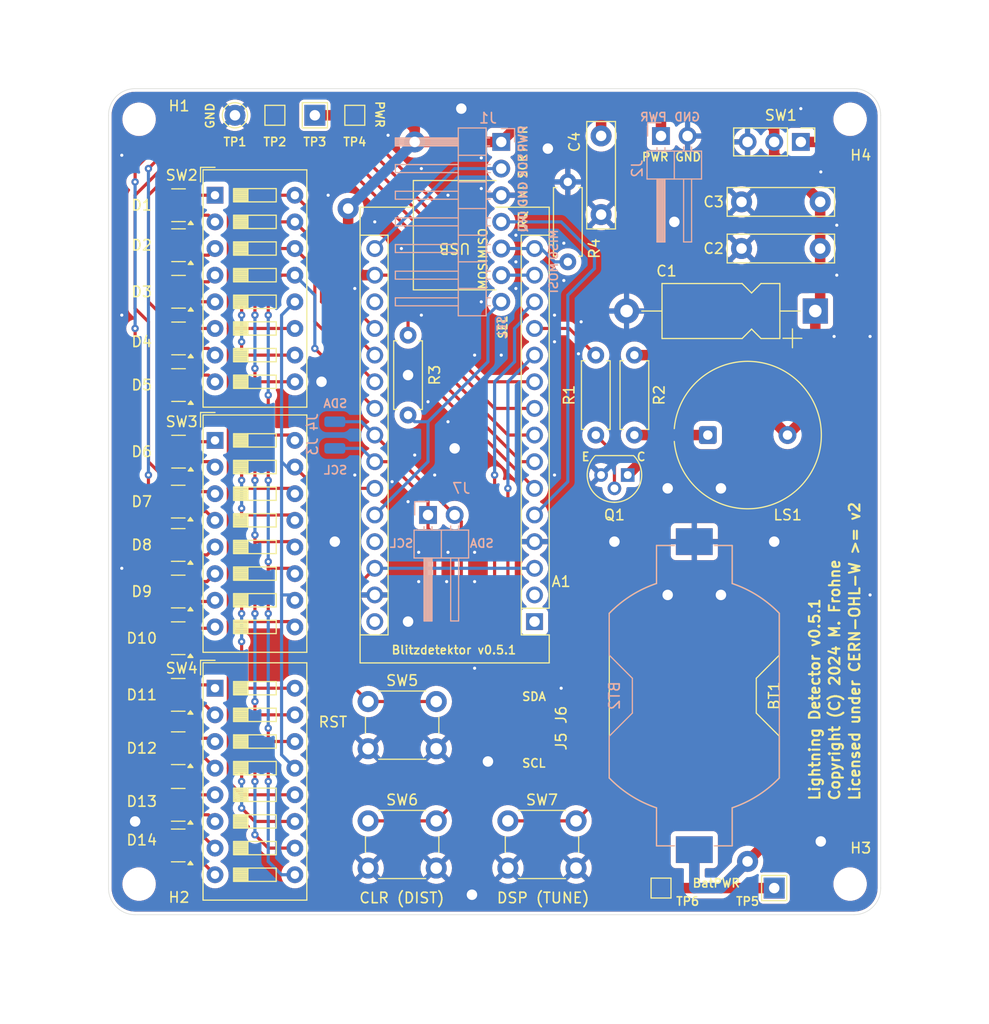
<source format=kicad_pcb>
(kicad_pcb (version 20240108) (generator "pcbnew") (generator_version "8.0")
  (layers (0 "F.Cu" signal) (31 "B.Cu" signal) (34 "B.Paste" user) (35 "F.Paste" user) (36 "B.SilkS" user "B.Silkscreen") (37 "F.SilkS" user "F.Silkscreen") (38 "B.Mask" user) (39 "F.Mask" user) (44 "Edge.Cuts" user))
  (net 0 "")
  (net 1 "Power")
  (net 2 "BatPower")
  (net 3 "Beeper")
  (net 4 "SPI-CLK")
  (net 5 "SPI-MISO")
  (net 6 "SPI-MOSI")
  (net 7 "AS3935-IRQ")
  (net 8 "SPISel-AS3935")
  (net 9 "Beeper-CTRL")
  (net 10 "Beeper-TrBase")
  (net 11 "DIP-Sel-1")
  (net 12 "DIP-Sel-2")
  (net 13 "DIP-Sel-3")
  (net 14 "DIP-Sel-4")
  (net 15 "DIP-Sel-5")
  (net 16 "DIP-Sens-1")
  (net 17 "DIP-Sens-2")
  (net 18 "DIP-Sens-3")
  (net 19 "DIP-Sens-4")
  (net 20 "DIP-Sens-5")
  (net 21 "I2C-SDA")
  (net 22 "I2C-SCL")
  (net 23 "ARDUINO-RESET")
  (net 24 "ClearStatsBut")
  (net 25 "DisplayBut")
  (net 26 "GND")
  (net 27 "DIP-Sel-1-P1")
  (net 28 "DIP-Sel-1-P2")
  (net 29 "DIP-Sel-1-P3")
  (net 30 "DIP-Sel-1-P4")
  (net 31 "DIP-Sel-1-P5")
  (net 32 "DIP-Sel-2-P1")
  (net 33 "DIP-Sel-2-P2")
  (net 34 "DIP-Sel-2-P3")
  (net 35 "DIP-Sel-2-P4")
  (net 36 "DIP-Sel-2-P5")
  (net 37 "DIP-Sel-3-P1")
  (net 38 "DIP-Sel-3-P2")
  (net 39 "DIP-Sel-3-P3")
  (net 40 "DIP-Sel-3-P4")
  (net 41 "DIP-Sel-3-P5")
  (net 42 "DIP-Sel-4-P1")
  (net 43 "DIP-Sel-4-P2")
  (net 44 "DIP-Sel-4-P3")
  (net 45 "DIP-Sel-4-P4")
  (net 46 "DIP-Sel-4-P5")
  (net 47 "DIP-Sel-5-P1")
  (net 48 "DIP-Sel-5-P2")
  (net 49 "DIP-Sel-5-P3")
  (net 50 "DIP-Sel-5-P4")
  (footprint "MountingHole:MountingHole_2.7mm_M2.5_DIN965" (layer "F.Cu") (at 30.861 20.701)
    (property "Reference" "H1")
    (property "Value" "MountingHole_2.7mm_M2.5_DIN965")
  )
  (footprint "Button_Switch_THT:SW_PUSH_6mm" (layer "F.Cu") (at 66.04 87.575)
    (property "Reference" "SW7")
    (property "Value" "SW_PUSH_6mm")
  )
  (footprint "Package_TO_SOT_SMD:SOT-23" (layer "F.Cu") (at 34.6225 41.59 180)
    (property "Reference" "D4")
    (property "Value" "SOT-23")
  )
  (footprint "Package_TO_SOT_SMD:SOT-23" (layer "F.Cu") (at 34.5925 70.165 180)
    (property "Reference" "D10")
    (property "Value" "SOT-23")
  )
  (footprint "Button_Switch_THT:SW_PUSH_6mm" (layer "F.Cu") (at 52.705 76.2)
    (property "Reference" "SW5")
    (property "Value" "SW_PUSH_6mm")
  )
  (footprint "Package_TO_SOT_SMD:SOT-23" (layer "F.Cu") (at 34.5925 80.65 180)
    (property "Reference" "D12")
    (property "Value" "SOT-23")
  )
  (footprint "Button_Switch_THT:SW_DIP_SPSTx08_Slide_9.78x22.5mm_W7.62mm_P2.54mm" (layer "F.Cu") (at 38.1 27.94)
    (property "Reference" "SW2")
    (property "Value" "SW_DIP_SPSTx08_Slide_9.78x22.5mm_W7.62mm_P2.54mm")
  )
  (footprint "TestPoint:TestPoint_THTPad_2.0x2.0mm_Drill1.0mm" (layer "F.Cu") (at 47.625 20.32)
    (property "Reference" "TP3")
    (property "Value" "TestPoint_THTPad_2.0x2.0mm_Drill1.0mm")
  )
  (footprint "Capacitor_THT:C_Rect_L10.0mm_W2.5mm_P7.50mm_MKS4" (layer "F.Cu") (at 74.93 29.785 90)
    (property "Reference" "C4")
    (property "Value" "C_Rect_L10.0mm_W2.5mm_P7.50mm_MKS4")
  )
  (footprint "TestPoint:TestPoint_Pad_1.5x1.5mm" (layer "F.Cu") (at 51.435 20.32)
    (property "Reference" "TP4")
    (property "Value" "TestPoint_Pad_1.5x1.5mm")
  )
  (footprint "Buzzer_Beeper:Indicator_PUI_AI-1440-TWT-24V-2-R" (layer "F.Cu") (at 85.11 50.8)
    (property "Reference" "LS1")
    (property "Value" "Indicator_PUI_AI-1440-TWT-24V-2-R")
  )
  (footprint "MountingHole:MountingHole_2.7mm_M2.5_DIN965" (layer "F.Cu") (at 98.679 93.599)
    (property "Reference" "H3")
    (property "Value" "MountingHole_2.7mm_M2.5_DIN965")
  )
  (footprint "TestPoint:TestPoint_Pad_1.5x1.5mm" (layer "F.Cu") (at 80.645 93.98)
    (property "Reference" "TP6")
    (property "Value" "TestPoint_Pad_1.5x1.5mm")
  )
  (footprint "Package_TO_SOT_THT:TO-92" (layer "F.Cu") (at 77.47 54.61 180)
    (property "Reference" "Q1")
    (property "Value" "TO-92")
  )
  (footprint "Resistor_THT:R_Axial_DIN0207_L6.3mm_D2.5mm_P7.62mm_Horizontal" (layer "F.Cu") (at 78.105 43.18 -90)
    (property "Reference" "R2")
    (property "Value" "R_Axial_DIN0207_L6.3mm_D2.5mm_P7.62mm_Horizontal")
  )
  (footprint "Capacitor_THT:C_Rect_L10.0mm_W2.5mm_P7.50mm_MKS4" (layer "F.Cu") (at 88.325 33.02)
    (property "Reference" "C2")
    (property "Value" "C_Rect_L10.0mm_W2.5mm_P7.50mm_MKS4")
  )
  (footprint "Package_TO_SOT_SMD:SOT-23" (layer "F.Cu") (at 34.5925 75.565 180)
    (property "Reference" "D11")
    (property "Value" "SOT-23")
  )
  (footprint "Button_Switch_THT:SW_DIP_SPSTx08_Slide_9.78x22.5mm_W7.62mm_P2.54mm" (layer "F.Cu") (at 38.1 51.308)
    (property "Reference" "SW3")
    (property "Value" "SW_DIP_SPSTx08_Slide_9.78x22.5mm_W7.62mm_P2.54mm")
  )
  (footprint "Package_TO_SOT_SMD:SOT-23" (layer "F.Cu") (at 34.5925 61.275 180)
    (property "Reference" "D8")
    (property "Value" "SOT-23")
  )
  (footprint "Capacitor_THT:CP_Axial_L11.0mm_D5.0mm_P18.00mm_Horizontal" (layer "F.Cu") (at 95.36 38.9775 180)
    (property "Reference" "C1")
    (property "Value" "CP_Axial_L11.0mm_D5.0mm_P18.00mm_Horizontal")
  )
  (footprint "Package_TO_SOT_SMD:SOT-23" (layer "F.Cu") (at 34.6225 46.035 180)
    (property "Reference" "D5")
    (property "Value" "SOT-23")
  )
  (footprint "Resistor_THT:R_Axial_DIN0207_L6.3mm_D2.5mm_P7.62mm_Horizontal" (layer "F.Cu") (at 71.755 34.29 90)
    (property "Reference" "R4")
    (property "Value" "R_Axial_DIN0207_L6.3mm_D2.5mm_P7.62mm_Horizontal")
  )
  (footprint "Resistor_THT:R_Axial_DIN0207_L6.3mm_D2.5mm_P7.62mm_Horizontal" (layer "F.Cu") (at 74.422 43.18 -90)
    (property "Reference" "R1")
    (property "Value" "R_Axial_DIN0207_L6.3mm_D2.5mm_P7.62mm_Horizontal")
  )
  (footprint "Connector_Wire:SolderWirePad_1x01_SMD_1x2mm" (layer "F.Cu") (at 68.58 80.01 90)
    (property "Reference" "J5")
    (property "Value" "SolderWirePad_1x01_SMD_1x2mm")
  )
  (footprint "Connector_PinHeader_2.54mm:PinHeader_1x03_P2.54mm_Vertical" (layer "F.Cu") (at 93.98 22.86 -90)
    (property "Reference" "SW1")
    (property "Value" "PinHeader_1x03_P2.54mm_Vertical")
  )
  (footprint "Connector_Wire:SolderWirePad_1x01_SMD_1x2mm" (layer "F.Cu") (at 68.58 77.47 90)
    (property "Reference" "J6")
    (property "Value" "SolderWirePad_1x01_SMD_1x2mm")
  )
  (footprint "Package_TO_SOT_SMD:SOT-23" (layer "F.Cu") (at 34.6225 52.385 180)
    (property "Reference" "D6")
    (property "Value" "SOT-23")
  )
  (footprint "Package_TO_SOT_SMD:SOT-23" (layer "F.Cu") (at 34.5925 89.916 180)
    (property "Reference" "D14")
    (property "Value" "SOT-23")
  )
  (footprint "Capacitor_THT:C_Rect_L10.0mm_W2.5mm_P7.50mm_MKS4" (layer "F.Cu") (at 88.325 28.575)
    (property "Reference" "C3")
    (property "Value" "C_Rect_L10.0mm_W2.5mm_P7.50mm_MKS4")
  )
  (footprint "Package_TO_SOT_SMD:SOT-23" (layer "F.Cu") (at 34.6225 28.895 180)
    (property "Reference" "D1")
    (property "Value" "SOT-23")
  )
  (footprint "TestPoint:TestPoint_Pad_1.5x1.5mm" (layer "F.Cu") (at 43.815 20.32)
    (property "Reference" "TP2")
    (property "Value" "TestPoint_Pad_1.5x1.5mm")
  )
  (footprint "Package_TO_SOT_SMD:SOT-23" (layer "F.Cu") (at 34.5925 57.145 180)
    (property "Reference" "D7")
    (property "Value" "SOT-23")
  )
  (footprint "Package_TO_SOT_SMD:SOT-23" (layer "F.Cu") (at 34.5925 86.045 180)
    (property "Reference" "D13")
    (property "Value" "SOT-23")
  )
  (footprint "Package_TO_SOT_SMD:SOT-23" (layer "F.Cu") (at 34.6225 37.145 180)
    (property "Reference" "D3")
    (property "Value" "SOT-23")
  )
  (footprint "Package_TO_SOT_SMD:SOT-23" (layer "F.Cu") (at 34.5925 65.715 180)
    (property "Reference" "D9")
    (property "Value" "SOT-23")
  )
  (footprint "MountingHole:MountingHole_2.7mm_M2.5_DIN965" (layer "F.Cu") (at 98.679 20.701)
    (property "Reference" "H4")
    (property "Value" "MountingHole_2.7mm_M2.5_DIN965")
  )
  (footprint "Resistor_THT:R_Axial_DIN0207_L6.3mm_D2.5mm_P7.62mm_Horizontal" (layer "F.Cu") (at 56.515 48.895 90)
    (property "Reference" "R3")
    (property "Value" "R_Axial_DIN0207_L6.3mm_D2.5mm_P7.62mm_Horizontal")
  )
  (footprint "MountingHole:MountingHole_2.7mm_M2.5_DIN965" (layer "F.Cu") (at 30.861 93.599)
    (property "Reference" "H2")
    (property "Value" "MountingHole_2.7mm_M2.5_DIN965")
  )
  (footprint "TestPoint:TestPoint_THTPad_D2.0mm_Drill1.0mm" (layer "F.Cu") (at 40.005 20.32)
    (property "Reference" "TP1")
    (property "Value" "TestPoint_THTPad_D2.0mm_Drill1.0mm")
  )
  (footprint "Button_Switch_THT:SW_DIP_SPSTx08_Slide_9.78x22.5mm_W7.62mm_P2.54mm" (layer "F.Cu") (at 38.1 74.93)
    (property "Reference" "SW4")
    (property "Value" "SW_DIP_SPSTx08_Slide_9.78x22.5mm_W7.62mm_P2.54mm")
  )
  (footprint "Module:Arduino_Nano" (layer "F.Cu") (at 68.58 68.58 180)
    (property "Reference" "A1")
    (property "Value" "Arduino_Nano")
  )
  (footprint "Package_TO_SOT_SMD:SOT-23" (layer "F.Cu") (at 34.6225 32.705 180)
    (property "Reference" "D2")
    (property "Value" "SOT-23")
  )
  (footprint "Battery:BatteryHolder_Keystone_1058_1x2032" (layer "F.Cu") (at 83.82 75.64 90)
    (property "Reference" "BT1")
    (property "Value" "BatteryHolder_Keystone_1058_1x2032")
  )
  (footprint "Button_Switch_THT:SW_PUSH_6mm" (layer "F.Cu") (at 52.705 87.575)
    (property "Reference" "SW6")
    (property "Value" "SW_PUSH_6mm")
  )
  (footprint "TestPoint:TestPoint_THTPad_2.0x2.0mm_Drill1.0mm" (layer "F.Cu") (at 91.44 93.98)
    (property "Reference" "TP5")
    (property "Value" "TestPoint_THTPad_2.0x2.0mm_Drill1.0mm")
  )
  (footprint "Battery:BatteryHolder_Keystone_1058_1x2032" (layer "B.Cu") (at 83.82 75.64 90)
    (property "Reference" "BT2")
    (property "Value" "BatteryHolder_Keystone_1058_1x2032")
  )
  (footprint "Connector_Wire:SolderWirePad_1x01_SMD_1x2mm" (layer "B.Cu") (at 49.53 49.53 -90)
    (property "Reference" "J4")
    (property "Value" "SolderWirePad_1x01_SMD_1x2mm")
  )
  (footprint "Connector_Wire:SolderWirePad_1x01_SMD_1x2mm" (layer "B.Cu") (at 49.53 52.07 -90)
    (property "Reference" "J3")
    (property "Value" "SolderWirePad_1x01_SMD_1x2mm")
  )
  (footprint "Connector_PinHeader_2.54mm:PinHeader_1x07_P2.54mm_Horizontal" (layer "B.Cu") (at 65.405 22.86 180)
    (property "Reference" "J1")
    (property "Value" "PinHeader_1x07_P2.54mm_Horizontal")
  )
  (footprint "Connector_PinHeader_2.54mm:PinHeader_1x02_P2.54mm_Horizontal" (layer "B.Cu") (at 58.42 58.42 -90)
    (property "Reference" "J7")
    (property "Value" "PinHeader_1x02_P2.54mm_Horizontal")
  )
  (footprint "Connector_PinHeader_2.54mm:PinHeader_1x02_P2.54mm_Horizontal" (layer "B.Cu") (at 80.64 22.295 -90)
    (property "Reference" "J2")
    (property "Value" "PinHeader_1x02_P2.54mm_Horizontal")
  )
  (gr_arc (start 99.06 17.78) (mid 100.856051 18.523949) (end 101.6 20.32) (stroke (width 0.05)) (layer "Edge.Cuts"))
  (gr_line (start 101.6 93.98) (end 101.6 20.32) (stroke (width 0.05)) (layer "Edge.Cuts"))
  (gr_line (start 27.94 20.32) (end 27.94 93.98) (stroke (width 0.05)) (layer "Edge.Cuts"))
  (gr_line (start 30.48 96.52) (end 99.06 96.52) (stroke (width 0.05)) (layer "Edge.Cuts"))
  (gr_arc (start 27.94 20.32) (mid 28.683949 18.523949) (end 30.48 17.78) (stroke (width 0.05)) (layer "Edge.Cuts"))
  (gr_arc (start 30.48 96.52) (mid 28.683949 95.776051) (end 27.94 93.98) (stroke (width 0.05)) (layer "Edge.Cuts"))
  (gr_line (start 99.06 17.78) (end 30.48 17.78) (stroke (width 0.05)) (layer "Edge.Cuts"))
  (gr_arc (start 101.6 93.98) (mid 100.856051 95.776051) (end 99.06 96.52) (stroke (width 0.05)) (layer "Edge.Cuts"))
  (gr_text "MOSI" (at 70.866 34.29 90) (layer "B.SilkS") (effects (font (size 0.8 0.8) (thickness 0.15) (bold yes)) (justify left bottom mirror)))
  (gr_text "SEL" (at 65.913 39.37 90) (layer "B.SilkS") (effects (font (size 0.8 0.8) (thickness 0.15) (bold yes)) (justify left bottom mirror)))
  (gr_text "GND" (at 67.945 26.543 90) (layer "B.SilkS") (effects (font (size 0.8 0.8) (thickness 0.15) (bold yes)) (justify left bottom mirror)))
  (gr_text "PWR" (at 67.945 21.209 90) (layer "B.SilkS") (effects (font (size 0.8 0.8) (thickness 0.15) (bold yes)) (justify left bottom mirror)))
  (gr_text "SCK" (at 67.945 23.876 90) (layer "B.SilkS") (effects (font (size 0.8 0.8) (thickness 0.15) (bold yes)) (justify left bottom mirror)))
  (gr_text "SCL" (at 50.8 54.61 0) (layer "B.SilkS") (effects (font (size 0.8 0.8)) (justify left bottom mirror)))
  (gr_text "PWR" (at 81.28 20.955 0) (layer "B.SilkS") (effects (font (size 0.8 0.8) (thickness 0.15) (bold yes)) (justify left bottom mirror)))
  (gr_text "MISO" (at 70.866 31.115 90) (layer "B.SilkS") (effects (font (size 0.8 0.8) (thickness 0.15) (bold yes)) (justify left bottom mirror)))
  (gr_text "GND" (at 84.455 20.955 0) (layer "B.SilkS") (effects (font (size 0.8 0.8) (thickness 0.15) (bold yes)) (justify left bottom mirror)))
  (gr_text "SCL" (at 57.09 61.595 0) (layer "B.SilkS") (effects (font (size 0.8 0.8) (thickness 0.15) (bold yes)) (justify left bottom mirror)))
  (gr_text "SDA" (at 50.8 48.26 0) (layer "B.SilkS") (effects (font (size 0.8 0.8)) (justify left bottom mirror)))
  (gr_text "SDA" (at 64.77 61.595 0) (layer "B.SilkS") (effects (font (size 0.8 0.8) (thickness 0.15) (bold yes)) (justify left bottom mirror)))
  (gr_text "IRQ" (at 67.945 29.337 90) (layer "B.SilkS") (effects (font (size 0.8 0.8) (thickness 0.15) (bold yes)) (justify left bottom mirror)))
  (gr_text "SCK" (at 67.945 23.876 90) (layer "F.SilkS") (effects (font (size 0.8 0.8) (thickness 0.15) (bold yes)) (justify right bottom)))
  (gr_text "PWR" (at 53.34 21.59 -90) (layer "F.SilkS") (effects (font (size 0.8 0.8) (thickness 0.15) (bold yes)) (justify right bottom)))
  (gr_text "GND" (at 38.1 19.05 90) (layer "F.SilkS") (effects (font (size 0.8 0.8) (thickness 0.15) (bold yes)) (justify right bottom)))
  (gr_text "MISO" (at 64.135 30.988 90) (layer "F.SilkS") (effects (font (size 0.8 0.8) (thickness 0.15) (bold yes)) (justify right bottom)))
  (gr_text "MOSI" (at 64.135 33.909 90) (layer "F.SilkS") (effects (font (size 0.8 0.8) (thickness 0.15) (bold yes)) (justify right bottom)))
  (gr_text "Licensed under CERN-OHL-W >= v2" (at 99.695 85.725 90) (layer "F.SilkS") (effects (font (size 1 1) (thickness 0.2) (bold yes)) (justify left bottom)))
  (gr_text "CLR (DIST)" (at 60.071 95.504 0) (layer "F.SilkS") (effects (font (size 1 1)) (justify right bottom)))
  (gr_text "BatPWR" (at 88.265 93.98 0) (layer "F.SilkS") (effects (font (size 0.8 0.8) (thickness 0.15) (bold yes)) (justify right bottom)))
  (gr_text "E" (at 73.914 53.34 0) (layer "F.SilkS") (effects (font (size 0.8 0.8) (thickness 0.15) (bold yes)) (justify right bottom)))
  (gr_text "Blitzdetektor v0.5.1" (at 54.864 71.755 0) (layer "F.SilkS") (effects (font (size 0.8 0.8) (thickness 0.15) (bold yes)) (justify left bottom)))
  (gr_text "SDA" (at 67.31 76.2 0) (layer "F.SilkS") (effects (font (size 0.8 0.8)) (justify left bottom)))
  (gr_text "C" (at 79.248 53.34 0) (layer "F.SilkS") (effects (font (size 0.8 0.8) (thickness 0.15) (bold yes)) (justify right bottom)))
  (gr_text "PWR" (at 67.945 21.209 90) (layer "F.SilkS") (effects (font (size 0.8 0.8) (thickness 0.15) (bold yes)) (justify right bottom)))
  (gr_text "IRQ" (at 67.945 29.337 90) (layer "F.SilkS") (effects (font (size 0.8 0.8) (thickness 0.15) (bold yes)) (justify right bottom)))
  (gr_text "RST" (at 50.8 78.74 0) (layer "F.SilkS") (effects (font (size 1 1)) (justify right bottom)))
  (gr_text "GND" (at 67.945 26.543 90) (layer "F.SilkS") (effects (font (size 0.8 0.8) (thickness 0.15) (bold yes)) (justify right bottom)))
  (gr_text "PWR" (at 78.74 24.765 0) (layer "F.SilkS") (effects (font (size 0.8 0.8) (thickness 0.15) (bold yes)) (justify left bottom)))
  (gr_text "Copyright (C) 2024 M. Frohne" (at 97.79 85.725 90) (layer "F.SilkS") (effects (font (size 1 1) (thickness 0.2) (bold yes)) (justify left bottom)))
  (gr_text "Lightning Detector v0.5.1" (at 95.885 85.725 90) (layer "F.SilkS") (effects (font (size 1 1) (thickness 0.2) (bold yes)) (justify left bottom)))
  (gr_text "DSP (TUNE)" (at 64.897 95.504 0) (layer "F.SilkS") (effects (font (size 1 1)) (justify left bottom)))
  (gr_text "SCL" (at 67.31 82.55 0) (layer "F.SilkS") (effects (font (size 0.8 0.8)) (justify left bottom)))
  (gr_text "GND" (at 81.915 24.765 0) (layer "F.SilkS") (effects (font (size 0.8 0.8) (thickness 0.15) (bold yes)) (justify left bottom)))
  (gr_text "SEL" (at 66.04 39.37 90) (layer "F.SilkS") (effects (font (size 0.8 0.8) (thickness 0.15) (bold yes)) (justify right bottom)))
  (segment (start 85.09 43.18) (end 78.105 43.18) (width 1) (layer "F.Cu") (net 1))
  (segment (start 55.88 20.32) (end 51.435 20.32) (width 1) (layer "F.Cu") (net 1))
  (segment (start 95.825 33.02) (end 95.825 28.575) (width 1) (layer "F.Cu") (net 1))
  (segment (start 67.945 20.32) (end 65.405 22.86) (width 1) (layer "F.Cu") (net 1))
  (segment (start 74.93 22.285) (end 74.93 20.32) (width 1) (layer "F.Cu") (net 1))
  (segment (start 80.645 20.32) (end 75.565 20.32) (width 1) (layer "F.Cu") (net 1))
  (segment (start 92.71 50.8) (end 85.09 43.18) (width 1) (layer "F.Cu") (net 1))
  (segment (start 57.15 22.86) (end 65.405 22.86) (width 1) (layer "F.Cu") (net 1))
  (segment (start 54.61 35.56) (end 56.515 37.465) (width 0.3) (layer "F.Cu") (net 1))
  (segment (start 91.44 21.59) (end 90.17 20.32) (width 1) (layer "F.Cu") (net 1))
  (segment (start 91.44 22.86) (end 91.44 21.59) (width 1) (layer "F.Cu") (net 1))
  (segment (start 80.64 20.325) (end 80.645 20.32) (width 1) (layer "F.Cu") (net 1))
  (segment (start 95.825 33.02) (end 95.825 38.5125) (width 1) (layer "F.Cu") (net 1))
  (segment (start 92.71 50.8) (end 95.36 48.15) (width 1) (layer "F.Cu") (net 1))
  (segment (start 81.275 20.325) (end 81.28 20.32) (width 1) (layer "F.Cu") (net 1))
  (segment (start 53.34 35.56) (end 54.61 35.56) (width 0.3) (layer "F.Cu") (net 1))
  (segment (start 74.295 20.32) (end 73.66 20.32) (width 1) (layer "F.Cu") (net 1))
  (segment (start 81.28 20.32) (end 80.645 20.32) (width 1) (layer "F.Cu") (net 1))
  (segment (start 55.88 20.32) (end 57.15 21.59) (width 1) (layer "F.Cu") (net 1))
  (segment (start 95.825 28.575) (end 95.825 28.515) (width 1) (layer "F.Cu") (net 1))
  (segment (start 80.64 22.295) (end 80.64 20.325) (width 1) (layer "F.Cu") (net 1))
  (segment (start 51.435 20.32) (end 47.625 20.32) (width 1) (layer "F.Cu") (net 1))
  (segment (start 50.8 34.29) (end 52.07 35.56) (width 1) (layer "F.Cu") (net 1))
  (segment (start 95.825 38.5125) (end 95.36 38.9775) (width 1) (layer "F.Cu") (net 1))
  (segment (start 52.07 35.56) (end 53.34 35.56) (width 1) (layer "F.Cu") (net 1))
  (segment (start 74.93 20.32) (end 74.295 20.32) (width 1) (layer "F.Cu") (net 1))
  (segment (start 50.8 29.21) (end 50.8 34.29) (width 1) (layer "F.Cu") (net 1))
  (segment (start 75.565 20.32) (end 74.93 20.32) (width 1) (layer "F.Cu") (net 1))
  (segment (start 95.36 38.9775) (end 95.36 48.15) (width 1) (layer "F.Cu") (net 1))
  (segment (start 73.66 20.32) (end 67.945 20.32) (width 1) (layer "F.Cu") (net 1))
  (segment (start 91.44 24.13) (end 91.44 22.86) (width 1) (layer "F.Cu") (net 1))
  (segment (start 90.17 20.32) (end 81.28 20.32) (width 1) (layer "F.Cu") (net 1))
  (segment (start 95.825 28.515) (end 91.44 24.13) (width 1) (layer "F.Cu") (net 1))
  (segment (start 57.15 21.59) (end 57.15 22.86) (width 1) (layer "F.Cu") (net 1))
  (segment (start 56.515 37.465) (end 56.515 41.275) (width 0.3) (layer "F.Cu") (net 1))
  (via (at 50.8 29.21) (size 2) (drill 1) (layers "F.Cu" "B.Cu") (net 1))
  (via (at 57.15 22.86) (size 2) (drill 1) (layers "F.Cu" "B.Cu") (net 1))
  (segment (start 50.8 29.21) (end 57.15 22.86) (width 1) (layer "B.Cu") (net 1))
  (segment (start 95.885 22.86) (end 99.06 26.035) (width 1) (layer "F.Cu") (net 2))
  (segment (start 91.44 93.98) (end 86.36 93.98) (width 1) (layer "F.Cu") (net 2))
  (segment (start 83.82 91.46) (end 83.62 91.26) (width 1) (layer "F.Cu") (net 2))
  (segment (start 83.82 93.98) (end 83.82 91.46) (width 1) (layer "F.Cu") (net 2))
  (segment (start 93.98 22.86) (end 95.885 22.86) (width 1) (layer "F.Cu") (net 2))
  (segment (start 86.36 93.98) (end 83.82 93.98) (width 1) (layer "F.Cu") (net 2))
  (segment (start 80.645 93.98) (end 83.82 93.98) (width 1) (layer "F.Cu") (net 2))
  (segment (start 88.9 91.44) (end 86.36 93.98) (width 1) (layer "F.Cu") (net 2))
  (segment (start 99.06 26.035) (end 99.06 81.28) (width 1) (layer "F.Cu") (net 2))
  (segment (start 99.06 81.28) (end 88.9 91.44) (width 1) (layer "F.Cu") (net 2))
  (via (at 88.9 91.44) (size 2) (drill 1) (layers "F.Cu" "B.Cu") (net 2))
  (segment (start 86.36 93.98) (end 88.9 91.44) (width 1) (layer "B.Cu") (net 2))
  (segment (start 83.82 93.98) (end 83.82 91.44) (width 1) (layer "B.Cu") (net 2))
  (segment (start 83.82 93.98) (end 86.36 93.98) (width 1) (layer "B.Cu") (net 2))
  (segment (start 77.47 54.61) (end 81.28 50.8) (width 1) (layer "F.Cu") (net 3))
  (segment (start 78.105 50.8) (end 81.28 50.8) (width 1) (layer "F.Cu") (net 3))
  (segment (start 81.28 50.8) (end 85.11 50.8) (width 1) (layer "F.Cu") (net 3))
  (segment (start 58.42 27.94) (end 60.96 25.4) (width 0.3) (layer "B.Cu") (net 4))
  (segment (start 53.34 33.02) (end 58.42 27.94) (width 0.3) (layer "B.Cu") (net 4))
  (segment (start 60.96 25.4) (end 65.405 25.4) (width 0.3) (layer "B.Cu") (net 4))
  (segment (start 69.215 33.02) (end 70.485 34.29) (width 0.3) (layer "B.Cu") (net 5))
  (segment (start 70.485 34.29) (end 71.755 34.29) (width 0.3) (layer "B.Cu") (net 5))
  (segment (start 68.58 33.02) (end 69.215 33.02) (width 0.3) (layer "B.Cu") (net 5))
  (segment (start 65.405 33.02) (end 68.58 33.02) (width 0.3) (layer "B.Cu") (net 5))
  (segment (start 65.405 35.56) (end 68.58 35.56) (width 0.3) (layer "B.Cu") (net 6))
  (segment (start 71.12 30.48) (end 74.295 33.655) (width 0.3) (layer "B.Cu") (net 7))
  (segment (start 71.755 37.465) (end 71.755 55.245) (width 0.3) (layer "B.Cu") (net 7))
  (segment (start 65.405 30.48) (end 71.12 30.48) (width 0.3) (layer "B.Cu") (net 7))
  (segment (start 74.295 34.925) (end 71.755 37.465) (width 0.3) (layer "B.Cu") (net 7))
  (segment (start 71.755 55.245) (end 68.58 58.42) (width 0.3) (layer "B.Cu") (net 7))
  (segment (start 74.295 33.655) (end 74.295 34.925) (width 0.3) (layer "B.Cu") (net 7))
  (segment (start 53.34 58.42) (end 58.42 53.34) (width 0.3) (layer "B.Cu") (net 8))
  (segment (start 56.515 48.895) (end 57.15 49.53) (width 0.3) (layer "B.Cu") (net 8))
  (segment (start 64.135 39.37) (end 65.405 38.1) (width 0.3) (layer "B.Cu") (net 8))
  (segment (start 64.135 43.815) (end 64.135 39.37) (width 0.3) (layer "B.Cu") (net 8))
  (segment (start 58.42 53.34) (end 58.42 49.53) (width 0.3) (layer "B.Cu") (net 8))
  (segment (start 57.15 49.53) (end 58.42 49.53) (width 0.3) (layer "B.Cu") (net 8))
  (segment (start 58.42 49.53) (end 64.135 43.815) (width 0.3) (layer "B.Cu") (net 8))
  (segment (start 71.882 40.64) (end 68.58 40.64) (width 0.3) (layer "F.Cu") (net 9))
  (segment (start 74.422 43.18) (end 71.882 40.64) (width 0.3) (layer "F.Cu") (net 9))
  (segment (start 76.2 52.578) (end 74.422 50.8) (width 0.3) (layer "F.Cu") (net 10))
  (segment (start 76.2 55.88) (end 76.2 52.578) (width 0.3) (layer "F.Cu") (net 10))
  (segment (start 59.055 46.355) (end 68.58 55.88) (width 0.3) (layer "F.Cu") (net 11))
  (segment (start 33.685 27.275) (end 34.925 26.035) (width 0.3) (layer "F.Cu") (net 11))
  (segment (start 51.435 26.035) (end 59.055 33.655) (width 0.3) (layer "F.Cu") (net 11))
  (segment (start 59.055 33.655) (end 59.055 46.355) (width 0.3) (layer "F.Cu") (net 11))
  (segment (start 34.925 26.035) (end 51.435 26.035) (width 0.3) (layer "F.Cu") (net 11))
  (segment (start 33.685 37.145) (end 33.685 27.275) (width 0.3) (layer "F.Cu") (net 11))
  (segment (start 31.75 38.1) (end 31.75 27.94) (width 0.3) (layer "F.Cu") (net 12))
  (segment (start 31.75 27.94) (end 34.29 25.4) (width 0.3) (layer "F.Cu") (net 12))
  (segment (start 33.685 40.035) (end 31.75 38.1) (width 0.3) (layer "F.Cu") (net 12))
  (segment (start 59.69 33.02) (end 59.69 45.72) (width 0.3) (layer "F.Cu") (net 12))
  (segment (start 59.69 45.72) (end 67.31 53.34) (width 0.3) (layer "F.Cu") (net 12))
  (segment (start 67.31 53.34) (end 68.58 53.34) (width 0.3) (layer "F.Cu") (net 12))
  (segment (start 34.29 25.4) (end 52.07 25.4) (width 0.3) (layer "F.Cu") (net 12))
  (segment (start 52.07 25.4) (end 59.69 33.02) (width 0.3) (layer "F.Cu") (net 12))
  (segment (start 33.685 52.385) (end 33.685 40.035) (width 0.3) (layer "F.Cu") (net 12))
  (segment (start 52.705 24.765) (end 60.325 32.385) (width 0.3) (layer "F.Cu") (net 13))
  (segment (start 33.655 24.765) (end 52.705 24.765) (width 0.3) (layer "F.Cu") (net 13))
  (segment (start 60.325 45.085) (end 66.04 50.8) (width 0.3) (layer "F.Cu") (net 13))
  (segment (start 30.48 27.94) (end 33.655 24.765) (width 0.3) (layer "F.Cu") (net 13))
  (segment (start 30.48 38.735) (end 30.48 27.94) (width 0.3) (layer "F.Cu") (net 13))
  (segment (start 33.655 65.715) (end 33.655 55.245) (width 0.3) (layer "F.Cu") (net 13))
  (segment (start 60.325 32.385) (end 60.325 45.085) (width 0.3) (layer "F.Cu") (net 13))
  (segment (start 31.75 53.34) (end 31.75 40.005) (width 0.3) (layer "F.Cu") (net 13))
  (segment (start 66.04 50.8) (end 68.58 50.8) (width 0.3) (layer "F.Cu") (net 13))
  (segment (start 33.655 55.245) (end 31.75 53.34) (width 0.3) (layer "F.Cu") (net 13))
  (segment (start 31.75 40.005) (end 30.48 38.735) (width 0.3) (layer "F.Cu") (net 13))
  (segment (start 60.96 44.45) (end 60.96 31.75) (width 0.3) (layer "F.Cu") (net 14))
  (segment (start 60.96 31.75) (end 53.34 24.13) (width 0.3) (layer "F.Cu") (net 14))
  (segment (start 31.75 66.675) (end 33.655 68.58) (width 0.3) (layer "F.Cu") (net 14))
  (segment (start 33.02 24.13) (end 53.34 24.13) (width 0.3) (layer "F.Cu") (net 14))
  (segment (start 68.58 48.26) (end 64.77 48.26) (width 0.3) (layer "F.Cu") (net 14))
  (segment (start 31.75 54.61) (end 31.75 66.675) (width 0.3) (layer "F.Cu") (net 14))
  (segment (start 33.655 68.58) (end 33.655 80.65) (width 0.3) (layer "F.Cu") (net 14))
  (segment (start 33.02 24.13) (end 31.75 25.4) (width 0.3) (layer "F.Cu") (net 14))
  (segment (start 64.77 48.26) (end 60.96 44.45) (width 0.3) (layer "F.Cu") (net 14))
  (via (at 31.75 25.4) (size 0.7) (drill 0.3) (layers "F.Cu" "B.Cu") (net 14))
  (via (at 31.75 54.61) (size 0.7) (drill 0.3) (layers "F.Cu" "B.Cu") (net 14))
  (segment (start 31.75 54.61) (end 31.75 25.4) (width 0.3) (layer "B.Cu") (net 14))
  (segment (start 30.48 67.31) (end 31.75 68.58) (width 0.3) (layer "F.Cu") (net 15))
  (segment (start 31.75 68.58) (end 31.75 81.28) (width 0.3) (layer "F.Cu") (net 15))
  (segment (start 30.48 25.4) (end 32.385 23.495) (width 0.3) (layer "F.Cu") (net 15))
  (segment (start 32.385 23.495) (end 53.975 23.495) (width 0.3) (layer "F.Cu") (net 15))
  (segment (start 53.975 23.495) (end 61.595 31.115) (width 0.3) (layer "F.Cu") (net 15))
  (segment (start 30.48 26.67) (end 30.48 25.4) (width 0.3) (layer "F.Cu") (net 15))
  (segment (start 31.75 81.28) (end 33.655 83.185) (width 0.3) (layer "F.Cu") (net 15))
  (segment (start 33.655 83.185) (end 33.655 89.916) (width 0.3) (layer "F.Cu") (net 15))
  (segment (start 61.595 31.115) (end 61.595 43.815) (width 0.3) (layer "F.Cu") (net 15))
  (segment (start 30.48 40.64) (end 30.48 67.31) (width 0.3) (layer "F.Cu") (net 15))
  (segment (start 63.5 45.72) (end 68.58 45.72) (width 0.3) (layer "F.Cu") (net 15))
  (segment (start 61.595 43.815) (end 63.5 45.72) (width 0.3) (layer "F.Cu") (net 15))
  (via (at 30.48 40.64) (size 0.7) (drill 0.3) (layers "F.Cu" "B.Cu") (net 15))
  (via (at 30.48 26.67) (size 0.7) (drill 0.3) (layers "F.Cu" "B.Cu") (net 15))
  (segment (start 30.48 26.67) (end 30.48 40.64) (width 0.3) (layer "B.Cu") (net 15))
  (segment (start 45.72 27.94) (end 40.64 27.94) (width 0.3) (layer "F.Cu") (net 16))
  (segment (start 48.895 31.115) (end 45.72 27.94) (width 0.3) (layer "F.Cu") (net 16))
  (segment (start 40.64 27.94) (end 39.37 29.21) (width 0.3) (layer "F.Cu") (net 16))
  (segment (start 39.37 40.64) (end 39.37 55.88) (width 0.3) (layer "F.Cu") (net 16))
  (segment (start 53.34 40.64) (end 48.895 36.195) (width 0.3) (layer "F.Cu") (net 16))
  (segment (start 39.37 83.82) (end 39.37 82.55) (width 0.3) (layer "F.Cu") (net 16))
  (segment (start 45.212 68.58) (end 45.72 69.088) (width 0.3) (layer "F.Cu") (net 16))
  (segment (start 48.895 31.115) (end 48.895 36.195) (width 0.3) (layer "F.Cu") (net 16))
  (segment (start 39.37 68.58) (end 39.37 82.55) (width 0.3) (layer "F.Cu") (net 16))
  (segment (start 39.37 68.58) (end 45.212 68.58) (width 0.3) (layer "F.Cu") (net 16))
  (segment (start 40.64 85.09) (end 39.37 83.82) (width 0.3) (layer "F.Cu") (net 16))
  (segment (start 39.37 40.64) (end 45.72 40.64) (width 0.3) (layer "F.Cu") (net 16))
  (segment (start 39.37 55.88) (end 39.37 68.58) (width 0.3) (layer "F.Cu") (net 16))
  (segment (start 45.212 55.88) (end 45.72 56.388) (width 0.3) (layer "F.Cu") (net 16))
  (segment (start 39.37 29.21) (end 39.37 40.64) (width 0.3) (layer "F.Cu") (net 16))
  (segment (start 39.37 55.88) (end 45.212 55.88) (width 0.3) (layer "F.Cu") (net 16))
  (segment (start 45.72 85.09) (end 40.64 85.09) (width 0.3) (layer "F.Cu") (net 16))
  (segment (start 41.91 30.48) (end 40.64 31.75) (width 0.3) (layer "F.Cu") (net 17))
  (segment (start 40.64 41.91) (end 40.64 43.18) (width 0.3) (layer "F.Cu") (net 17))
  (segment (start 48.26 38.1) (end 48.26 33.02) (width 0.3) (layer "F.Cu") (net 17))
  (segment (start 40.64 57.785) (end 40.64 58.42) (width 0.3) (layer "F.Cu") (net 17))
  (segment (start 40.64 74.93) (end 45.72 74.93) (width 0.3) (layer "F.Cu") (net 17))
  (segment (start 40.64 43.18) (end 40.64 55.118) (width 0.3) (layer "F.Cu") (net 17))
  (segment (start 45.72 43.18) (end 40.64 43.18) (width 0.3) (layer "F.Cu") (net 17))
  (segment (start 40.64 31.75) (end 40.64 39.37) (width 0.3) (layer "F.Cu") (net 17))
  (segment (start 40.64 73.66) (end 40.64 74.93) (width 0.3) (layer "F.Cu") (net 17))
  (segment (start 40.64 58.42) (end 40.64 67.818) (width 0.3) (layer "F.Cu") (net 17))
  (segment (start 40.64 58.42) (end 45.212 58.42) (width 0.3) (layer "F.Cu") (net 17))
  (segment (start 40.64 70.485) (end 40.64 73.66) (width 0.3) (layer "F.Cu") (net 17))
  (segment (start 53.34 43.18) (end 48.26 38.1) (width 0.3) (layer "F.Cu") (net 17))
  (segment (start 45.72 87.63) (end 41.91 87.63) (width 0.3) (layer "F.Cu") (net 17))
  (segment (start 41.91 87.63) (end 40.64 86.36) (width 0.3) (layer "F.Cu") (net 17))
  (segment (start 45.212 58.42) (end 45.72 58.928) (width 0.3) (layer "F.Cu") (net 17))
  (segment (start 45.72 30.48) (end 41.91 30.48) (width 0.3) (layer "F.Cu") (net 17))
  (segment (start 40.64 74.93) (end 40.64 83.82) (width 0.3) (layer "F.Cu") (net 17))
  (segment (start 45.72 30.48) (end 48.26 33.02) (width 0.3) (layer "F.Cu") (net 17))
  (via (at 40.64 39.37) (size 0.7) (drill 0.3) (layers "F.Cu" "B.Cu") (net 17))
  (via (at 40.64 67.818) (size 0.7) (drill 0.3) (layers "F.Cu" "B.Cu") (net 17))
  (via (at 40.64 86.36) (size 0.7) (drill 0.3) (layers "F.Cu" "B.Cu") (net 17))
  (via (at 40.64 57.785) (size 0.7) (drill 0.3) (layers "F.Cu" "B.Cu") (net 17))
  (via (at 40.64 41.91) (size 0.7) (drill 0.3) (layers "F.Cu" "B.Cu") (net 17))
  (via (at 40.64 70.485) (size 0.7) (drill 0.3) (layers "F.Cu" "B.Cu") (net 17))
  (via (at 40.64 55.118) (size 0.7) (drill 0.3) (layers "F.Cu" "B.Cu") (net 17))
  (via (at 40.64 83.82) (size 0.7) (drill 0.3) (layers "F.Cu" "B.Cu") (net 17))
  (segment (start 40.64 55.118) (end 40.64 57.785) (width 0.3) (layer "B.Cu") (net 17))
  (segment (start 40.64 83.82) (end 40.64 86.36) (width 0.3) (layer "B.Cu") (net 17))
  (segment (start 40.64 39.37) (end 40.64 41.91) (width 0.3) (layer "B.Cu") (net 17))
  (segment (start 40.64 67.818) (end 40.64 70.485) (width 0.3) (layer "B.Cu") (net 17))
  (segment (start 41.91 77.47) (end 41.91 83.82) (width 0.3) (layer "F.Cu") (net 18))
  (segment (start 53.34 45.72) (end 47.625 40.005) (width 0.3) (layer "F.Cu") (net 18))
  (segment (start 45.72 33.02) (end 47.625 34.925) (width 0.3) (layer "F.Cu") (net 18))
  (segment (start 41.91 77.47) (end 45.72 77.47) (width 0.3) (layer "F.Cu") (net 18))
  (segment (start 41.91 60.96) (end 41.91 67.818) (width 0.3) (layer "F.Cu") (net 18))
  (segment (start 41.91 45.72) (end 41.91 55.118) (width 0.3) (layer "F.Cu") (net 18))
  (segment (start 43.18 90.17) (end 41.91 88.9) (width 0.3) (layer "F.Cu") (net 18))
  (segment (start 41.91 34.29) (end 41.91 39.37) (width 0.3) (layer "F.Cu") (net 18))
  (segment (start 45.72 90.17) (end 43.18 90.17) (width 0.3) (layer "F.Cu") (net 18))
  (segment (start 41.91 60.96) (end 45.212 60.96) (width 0.3) (layer "F.Cu") (net 18))
  (segment (start 47.625 40.005) (end 47.625 34.925) (width 0.3) (layer "F.Cu") (net 18))
  (segment (start 43.18 33.02) (end 41.91 34.29) (width 0.3) (layer "F.Cu") (net 18))
  (segment (start 41.91 44.45) (end 41.91 45.72) (width 0.3) (layer "F.Cu") (net 18))
  (segment (start 41.91 76.2) (end 41.91 77.47) (width 0.3) (layer "F.Cu") (net 18))
  (segment (start 41.91 60.325) (end 41.91 60.96) (width 0.3) (layer "F.Cu") (net 18))
  (segment (start 45.212 60.96) (end 45.72 61.468) (width 0.3) (layer "F.Cu") (net 18))
  (segment (start 45.72 33.02) (end 43.18 33.02) (width 0.3) (layer "F.Cu") (net 18))
  (segment (start 45.72 45.72) (end 41.91 45.72) (width 0.3) (layer "F.Cu") (net 18))
  (via (at 41.91 76.2) (size 0.7) (drill 0.3) (layers "F.Cu" "B.Cu") (net 18))
  (via (at 41.91 55.118) (size 0.7) (drill 0.3) (layers "F.Cu" "B.Cu") (net 18))
  (via (at 41.91 83.82) (size 0.7) (drill 0.3) (layers "F.Cu" "B.Cu") (net 18))
  (via (at 41.91 67.818) (size 0.7) (drill 0.3) (layers "F.Cu" "B.Cu") (net 18))
  (via (at 41.91 44.45) (size 0.7) (drill 0.3) (layers "F.Cu" "B.Cu") (net 18))
  (via (at 41.91 39.37) (size 0.7) (drill 0.3) (layers "F.Cu" "B.Cu") (net 18))
  (via (at 41.91 60.325) (size 0.7) (drill 0.3) (layers "F.Cu" "B.Cu") (net 18))
  (via (at 41.91 88.9) (size 0.7) (drill 0.3) (layers "F.Cu" "B.Cu") (net 18))
  (segment (start 41.91 67.818) (end 41.91 76.2) (width 0.3) (layer "B.Cu") (net 18))
  (segment (start 41.91 87.63) (end 41.91 88.9) (width 0.3) (layer "B.Cu") (net 18))
  (segment (start 41.91 83.82) (end 41.91 87.63) (width 0.3) (layer "B.Cu") (net 18))
  (segment (start 41.91 55.118) (end 41.91 60.325) (width 0.3) (layer "B.Cu") (net 18))
  (segment (start 41.91 39.37) (end 41.91 44.45) (width 0.3) (layer "B.Cu") (net 18))
  (segment (start 45.72 51.308) (end 45.212 50.8) (width 0.3) (layer "F.Cu") (net 19))
  (segment (start 45.72 35.56) (end 44.45 35.56) (width 0.3) (layer "F.Cu") (net 19))
  (segment (start 53.34 48.26) (end 47.625 42.545) (width 0.3) (layer "F.Cu") (net 19))
  (segment (start 43.18 62.865) (end 43.18 63.5) (width 0.3) (layer "F.Cu") (net 19))
  (segment (start 43.18 80.01) (end 43.18 83.82) (width 0.3) (layer "F.Cu") (net 19))
  (segment (start 43.18 80.01) (end 45.72 80.01) (width 0.3) (layer "F.Cu") (net 19))
  (segment (start 45.212 50.8) (end 43.18 50.8) (width 0.3) (layer "F.Cu") (net 19))
  (segment (start 43.18 63.5) (end 45.212 63.5) (width 0.3) (layer "F.Cu") (net 19))
  (segment (start 43.18 63.5) (end 43.18 67.818) (width 0.3) (layer "F.Cu") (net 19))
  (segment (start 45.212 63.5) (end 45.72 64.008) (width 0.3) (layer "F.Cu") (net 19))
  (segment (start 44.45 35.56) (end 43.18 36.83) (width 0.3) (layer "F.Cu") (net 19))
  (segment (start 43.18 50.8) (end 43.18 55.118) (width 0.3) (layer "F.Cu") (net 19))
  (segment (start 43.18 78.74) (end 43.18 80.01) (width 0.3) (layer "F.Cu") (net 19))
  (segment (start 43.18 36.83) (end 43.18 39.37) (width 0.3) (layer "F.Cu") (net 19))
  (segment (start 43.18 46.99) (end 43.18 50.8) (width 0.3) (layer "F.Cu") (net 19))
  (via (at 43.18 46.99) (size 0.7) (drill 0.3) (layers "F.Cu" "B.Cu") (net 19))
  (via (at 43.18 55.118) (size 0.7) (drill 0.3) (layers "F.Cu" "B.Cu") (net 19))
  (via (at 43.18 39.37) (size 0.7) (drill 0.3) (layers "F.Cu" "B.Cu") (net 19))
  (via (at 43.18 67.818) (size 0.7) (drill 0.3) (layers "F.Cu" "B.Cu") (net 19))
  (via (at 43.18 78.74) (size 0.7) (drill 0.3) (layers "F.Cu" "B.Cu") (net 19))
  (via (at 43.18 83.82) (size 0.7) (drill 0.3) (layers "F.Cu" "B.Cu") (net 19))
  (via (at 47.625 42.545) (size 0.7) (drill 0.3) (layers "F.Cu" "B.Cu") (net 19))
  (via (at 43.18 62.865) (size 0.7) (drill 0.3) (layers "F.Cu" "B.Cu") (net 19))
  (segment (start 43.18 39.37) (end 43.18 46.99) (width 0.3) (layer "B.Cu") (net 19))
  (segment (start 43.18 91.44) (end 44.45 92.71) (width 0.3) (layer "B.Cu") (net 19))
  (segment (start 43.18 55.118) (end 43.18 62.865) (width 0.3) (layer "B.Cu") (net 19))
  (segment (start 47.625 37.465) (end 47.625 42.545) (width 0.3) (layer "B.Cu") (net 19))
  (segment (start 44.45 92.71) (end 45.72 92.71) (width 0.3) (layer "B.Cu") (net 19))
  (segment (start 43.18 83.82) (end 43.18 91.44) (width 0.3) (layer "B.Cu") (net 19))
  (segment (start 45.72 35.56) (end 47.625 37.465) (width 0.3) (layer "B.Cu") (net 19))
  (segment (start 43.18 67.818) (end 43.18 78.74) (width 0.3) (layer "B.Cu") (net 19))
  (segment (start 47.752 55.88) (end 48.26 55.88) (width 0.3) (layer "F.Cu") (net 20))
  (segment (start 45.72 53.848) (end 47.752 55.88) (width 0.3) (layer "F.Cu") (net 20))
  (segment (start 48.26 55.88) (end 53.34 55.88) (width 0.3) (layer "F.Cu") (net 20))
  (segment (start 44.45 39.37) (end 44.45 53.34) (width 0.3) (layer "B.Cu") (net 20))
  (segment (start 44.45 53.34) (end 44.45 66.04) (width 0.3) (layer "B.Cu") (net 20))
  (segment (start 45.72 82.55) (end 44.45 81.28) (width 0.3) (layer "B.Cu") (net 20))
  (segment (start 44.45 66.04) (end 44.45 80.01) (width 0.3) (layer "B.Cu") (net 20))
  (segment (start 44.45 66.04) (end 45.212 66.04) (width 0.3) (layer "B.Cu") (net 20))
  (segment (start 45.72 53.848) (end 44.958 53.848) (width 0.3) (layer "B.Cu") (net 20))
  (segment (start 45.212 66.04) (end 45.72 66.548) (width 0.3) (layer "B.Cu") (net 20))
  (segment (start 44.45 81.28) (end 44.45 80.01) (width 0.3) (layer "B.Cu") (net 20))
  (segment (start 45.72 38.1) (end 44.45 39.37) (width 0.3) (layer "B.Cu") (net 20))
  (segment (start 44.958 53.848) (end 44.45 53.34) (width 0.3) (layer "B.Cu") (net 20))
  (segment (start 68.58 77.47) (end 61.595 70.485) (width 0.3) (layer "F.Cu") (net 21))
  (segment (start 60.96 58.42) (end 53.34 50.8) (width 0.3) (layer "F.Cu") (net 21))
  (segment (start 61.595 59.055) (end 60.96 58.42) (width 0.3) (layer "F.Cu") (net 21))
  (segment (start 61.595 70.485) (end 61.595 59.055) (width 0.3) (layer "F.Cu") (net 21))
  (segment (start 52.07 49.53) (end 49.53 49.53) (width 0.3) (layer "B.Cu") (net 21))
  (segment (start 53.34 50.8) (end 52.07 49.53) (width 0.3) (layer "B.Cu") (net 21))
  (segment (start 65.7225 79.0575) (end 65.7225 77.1525) (width 0.3) (layer "F.Cu") (net 22))
  (segment (start 59.055 60.325) (end 59.055 70.485) (width 0.3) (layer "F.Cu") (net 22))
  (segment (start 53.34 53.34) (end 54.61 53.34) (width 0.3) (layer "F.Cu") (net 22))
  (segment (start 58.42 59.69) (end 59.055 60.325) (width 0.3) (layer "F.Cu") (net 22))
  (segment (start 66.675 80.01) (end 65.7225 79.0575) (width 0.3) (layer "F.Cu") (net 22))
  (segment (start 58.42 57.15) (end 58.42 58.42) (width 0.3) (layer "F.Cu") (net 22))
  (segment (start 68.58 80.01) (end 66.675 80.01) (width 0.3) (layer "F.Cu") (net 22))
  (segment (start 59.055 70.485) (end 65.7225 77.1525) (width 0.3) (layer "F.Cu") (net 22))
  (segment (start 58.42 58.42) (end 58.42 59.69) (width 0.3) (layer "F.Cu") (net 22))
  (segment (start 54.61 53.34) (end 58.42 57.15) (width 0.3) (layer "F.Cu") (net 22))
  (segment (start 53.34 53.34) (end 52.07 52.07) (width 0.3) (layer "B.Cu") (net 22))
  (segment (start 52.07 52.07) (end 49.53 52.07) (width 0.3) (layer "B.Cu") (net 22))
  (segment (start 52.705 76.2) (end 50.8 74.295) (width 0.3) (layer "F.Cu") (net 23))
  (segment (start 50.8 66.04) (end 53.34 63.5) (width 0.3) (layer "F.Cu") (net 23))
  (segment (start 52.705 76.2) (end 59.205 76.2) (width 0.3) (layer "F.Cu") (net 23))
  (segment (start 50.8 74.295) (end 50.8 66.04) (width 0.3) (layer "F.Cu") (net 23))
  (segment (start 53.34 63.5) (end 68.58 63.5) (width 0.3) (layer "B.Cu") (net 23))
  (segment (start 73.025 85.09) (end 61.69 85.09) (width 0.3) (layer "F.Cu") (net 24))
  (segment (start 71.12 72.39) (end 73.66 74.93) (width 0.3) (layer "F.Cu") (net 24))
  (segment (start 61.69 85.09) (end 59.205 87.575) (width 0.3) (layer "F.Cu") (net 24))
  (segment (start 73.66 74.93) (end 73.66 84.455) (width 0.3) (layer "F.Cu") (net 24))
  (segment (start 64.77 69.85) (end 67.31 72.39) (width 0.3) (layer "F.Cu") (net 24))
  (segment (start 73.66 84.455) (end 73.025 85.09) (width 0.3) (layer "F.Cu") (net 24))
  (segment (start 67.31 72.39) (end 71.12 72.39) (width 0.3) (layer "F.Cu") (net 24))
  (segment (start 64.77 54.61) (end 64.77 69.85) (width 0.3) (layer "F.Cu") (net 24))
  (segment (start 59.205 87.575) (end 52.705 87.575) (width 0.3) (layer "F.Cu") (net 24))
  (via (at 64.77 54.61) (size 0.7) (drill 0.3) (layers "F.Cu" "B.Cu") (net 24))
  (segment (start 66.675 40.64) (end 66.675 43.815) (width 0.3) (layer "B.Cu") (net 24))
  (segment (start 67.31 40.005) (end 67.31 39.37) (width 0.3) (layer "B.Cu") (net 24))
  (segment (start 67.31 39.37) (end 68.58 38.1) (width 0.3) (layer "B.Cu") (net 24))
  (segment (start 64.77 54.61) (end 64.77 45.72) (width 0.3) (layer "B.Cu") (net 24))
  (segment (start 64.77 45.72) (end 66.675 43.815) (width 0.3) (layer "B.Cu") (net 24))
  (segment (start 67.31 40.005) (end 66.675 40.64) (width 0.3) (layer "B.Cu") (net 24))
  (segment (start 66.04 69.85) (end 67.31 71.12) (width 0.3) (layer "F.Cu") (net 25))
  (segment (start 74.93 74.93) (end 74.93 85.185) (width 0.3) (layer "F.Cu") (net 25))
  (segment (start 74.93 85.185) (end 72.54 87.575) (width 0.3) (layer "F.Cu") (net 25))
  (segment (start 71.12 71.12) (end 74.93 74.93) (width 0.3) (layer "F.Cu") (net 25))
  (segment (start 72.54 87.575) (end 66.04 87.575) (width 0.3) (layer "F.Cu") (net 25))
  (segment (start 66.04 55.88) (end 66.04 69.85) (width 0.3) (layer "F.Cu") (net 25))
  (segment (start 67.31 71.12) (end 71.12 71.12) (width 0.3) (layer "F.Cu") (net 25))
  (via (at 66.04 55.88) (size 0.7) (drill 0.3) (layers "F.Cu" "B.Cu") (net 25))
  (segment (start 66.04 45.72) (end 68.58 43.18) (width 0.3) (layer "B.Cu") (net 25))
  (segment (start 66.04 55.88) (end 66.04 45.72) (width 0.3) (layer "B.Cu") (net 25))
  (via (at 51.435 54.61) (size 0.7) (drill 0.3) (layers "F.Cu" "B.Cu") (net 26))
  (via (at 48.895 27.94) (size 0.7) (drill 0.3) (layers "F.Cu" "B.Cu") (net 26))
  (via (at 54.991 55.245) (size 0.7) (drill 0.3) (layers "F.Cu" "B.Cu") (net 26))
  (via (at 73.025 40.005) (size 0.7) (drill 0.3) (layers "F.Cu" "B.Cu") (net 26))
  (via (at 70.485 39.37) (size 0.7) (drill 0.3) (layers "F.Cu" "B.Cu") (net 26))
  (via (at 63.5 27.305) (size 0.7) (drill 0.3) (layers "F.Cu" "B.Cu") (net 26))
  (via (at 62.865 64.77) (size 0.7) (drill 0.3) (layers "F.Cu" "B.Cu") (net 26))
  (via (at 66.802 31.75) (size 0.7) (drill 0.3) (layers "F.Cu" "B.Cu") (net 26))
  (via (at 63.5 38.1) (size 0.7) (drill 0.3) (layers "F.Cu" "B.Cu") (net 26))
  (via (at 62.865 61.976) (size 0.7) (drill 0.3) (layers "F.Cu" "B.Cu") (net 26))
  (via (at 29.21 24.13) (size 0.7) (drill 0.3) (layers "F.Cu" "B.Cu") (net 26))
  (via (at 62.865 73.025) (size 0.7) (drill 0.3) (layers "F.Cu" "B.Cu") (net 26))
  (via (at 53.34 30.48) (size 0.7) (drill 0.3) (layers "F.Cu" "B.Cu") (net 26))
  (via (at 59.055 54.61) (size 0.7) (drill 0.3) (layers "F.Cu" "B.Cu") (net 26))
  (via (at 95.885 25.7175) (size 0.7) (drill 0.3) (layers "F.Cu" "B.Cu") (net 26))
  (via (at 86.36 55.88) (size 2) (drill 1) (layers "F.Cu" "B.Cu") (net 26))
  (via (at 58.42 47.625) (size 0.7) (drill 0.3) (layers "F.Cu" "B.Cu") (net 26))
  (via (at 70.485 54.61) (size 0.7) (drill 0.3) (layers "F.Cu" "B.Cu") (net 26))
  (via (at 54.61 22.225) (size 0.7) (drill 0.3) (layers "F.Cu" "B.Cu") (net 26))
  (via (at 64.135 81.915) (size 2) (drill 1) (layers "F.Cu" "B.Cu") (net 26))
  (via (at 62.611 94.615) (size 2) (drill 1) (layers "F.Cu" "B.Cu") (net 26))
  (via (at 62.865 43.18) (size 0.7) (drill 0.3) (layers "F.Cu" "B.Cu") (net 26))
  (via (at 51.435 36.83) (size 0.7) (drill 0.3) (layers "F.Cu" "B.Cu") (net 26))
  (via (at 76.2 60.96) (size 2) (drill 1) (layers "F.Cu" "B.Cu") (net 26))
  (via (at 95.885 89.535) (size 2) (drill 1) (layers "F.Cu" "B.Cu") (net 26))
  (via (at 30.48 87.63) (size 2) (drill 1) (layers "F.Cu" "B.Cu") (net 26))
  (via (at 57.785 25.4) (size 0.7) (drill 0.3) (layers "F.Cu" "B.Cu") (net 26))
  (via (at 66.802 34.29) (size 0.7) (drill 0.3) (layers "F.Cu" "B.Cu") (net 26))
  (via (at 81.28 66.04) (size 2) (drill 1) (layers "F.Cu" "B.Cu") (net 26))
  (via (at 93.98 19.685) (size 0.7) (drill 0.3) (layers "F.Cu" "B.Cu") (net 26))
  (via (at 56.515 68.58) (size 2) (drill 1) (layers "F.Cu" "B.Cu") (net 26))
  (via (at 100.584 41.402) (size 0.7) (drill 0.3) (layers "F.Cu" "B.Cu") (net 26))
  (via (at 86.36 66.04) (size 2) (drill 1) (layers "F.Cu" "B.Cu") (net 26))
  (via (at 57.531 61.976) (size 0.7) (drill 0.3) (layers "F.Cu" "B.Cu") (net 26))
  (via (at 100.584 66.04) (size 0.7) (drill 0.3) (layers "F.Cu" "B.Cu") (net 26))
  (via (at 60.325 49.53) (size 0.7) (drill 0.3) (layers "F.Cu" "B.Cu") (net 26))
  (via (at 66.802 36.83) (size 0.7) (drill 0.3) (layers "F.Cu" "B.Cu") (net 26))
  (via (at 91.44 60.96) (size 2) (drill 1) (layers "F.Cu" "B.Cu") (net 26))
  (via (at 49.53 60.96) (size 2) (drill 1) (layers "F.Cu" "B.Cu") (net 26))
  (via (at 71.12 74.93) (size 0.7) (drill 0.3) (layers "F.Cu" "B.Cu") (net 26))
  (via (at 29.21 39.37) (size 0.7) (drill 0.3) (layers "F.Cu" "B.Cu") (net 26))
  (via (at 29.21 63.5) (size 0.7) (drill 0.3) (layers "F.Cu" "B.Cu") (net 26))
  (via (at 56.515 45.085) (size 2) (drill 1) (layers "F.Cu" "B.Cu") (net 26))
  (via (at 63.5 24.384) (size 0.7) (drill 0.3) (layers "F.Cu" "B.Cu") (net 26))
  (via (at 70.485 41.91) (size 0.7) (drill 0.3) (layers "F.Cu" "B.Cu") (net 26))
  (via (at 60.198 64.77) (size 0.7) (drill 0.3) (layers "F.Cu" "B.Cu") (net 26))
  (via (at 97.409 35.56) (size 0.7) (drill 0.3) (layers "F.Cu" "B.Cu") (net 26))
  (via (at 81.28 55.88) (size 2) (drill 1) (layers "F.Cu" "B.Cu") (net 26))
  (via (at 57.785 39.37) (size 0.7) (drill 0.3) (layers "F.Cu" "B.Cu") (net 26))
  (via (at 48.26 45.72) (size 2) (drill 1) (layers "F.Cu" "B.Cu") (net 26))
  (via (at 56.515 57.15) (size 0.7) (drill 0.3) (layers "F.Cu" "B.Cu") (net 26))
  (via (at 97.155 41.402) (size 0.7) (drill 0.3) (layers "F.Cu" "B.Cu") (net 26))
  (via (at 71.374 32.512) (size 0.7) (drill 0.3) (layers "F.Cu" "B.Cu") (net 26))
  (via (at 81.915 30.48) (size 2) (drill 1) (layers "F.Cu" "B.Cu") (net 26))
  (via (at 60.325 27.94) (size 0.7) (drill 0.3) (layers "F.Cu" "B.Cu") (net 26))
  (via (at 55.88 33.02) (size 0.7) (drill 0.3) (layers "F.Cu" "B.Cu") (net 26))
  (via (at 60.325 61.976) (size 0.7) (drill 0.3) (layers "F.Cu" "B.Cu") (net 26))
  (via (at 60.96 52.07) (size 2) (drill 1) (layers "F.Cu" "B.Cu") (net 26))
  (via (at 57.15 52.705) (size 0.7) (drill 0.3) (layers "F.Cu" "B.Cu") (net 26))
  (via (at 72.771 43.053) (size 0.7) (drill 0.3) (layers "F.Cu" "B.Cu") (net 26))
  (via (at 97.409 30.7975) (size 0.7) (drill 0.3) (layers "F.Cu" "B.Cu") (net 26))
  (via (at 65.405 43.18) (size 0.7) (drill 0.3) (layers "F.Cu" "B.Cu") (net 26))
  (via (at 57.531 64.77) (size 0.7) (drill 0.3) (layers "F.Cu" "B.Cu") (net 26))
  (via (at 69.85 23.495) (size 2) (drill 1) (layers "F.Cu" "B.Cu") (net 26))
  (via (at 61.595 19.685) (size 2) (drill 1) (layers "F.Cu" "B.Cu") (net 26))
  (via (at 71.374 36.068) (size 0.7) (drill 0.3) (layers "F.Cu" "B.Cu") (net 26))
  (segment (start 35.565 27.94) (end 38.1 27.94) (width 0.3) (layer "F.Cu") (net 27))
  (segment (start 35.56 27.945) (end 35.565 27.94) (width 0.3) (layer "F.Cu") (net 27))
  (segment (start 37.465 29.845) (end 38.1 30.48) (width 0.3) (layer "F.Cu") (net 28))
  (segment (start 35.56 29.845) (end 37.465 29.845) (width 0.3) (layer "F.Cu") (net 28))
  (segment (start 37.465 33.655) (end 38.1 33.02) (width 0.3) (layer "F.Cu") (net 29))
  (segment (start 35.56 33.655) (end 37.465 33.655) (width 0.3) (layer "F.Cu") (net 29))
  (segment (start 37.465 36.195) (end 38.1 35.56) (width 0.3) (layer "F.Cu") (net 30))
  (segment (start 35.56 36.195) (end 37.465 36.195) (width 0.3) (layer "F.Cu") (net 30))
  (segment (start 38.095 38.095) (end 38.1 38.1) (width 0.3) (layer "F.Cu") (net 31))
  (segment (start 35.56 38.095) (end 38.095 38.095) (width 0.3) (layer "F.Cu") (net 31))
  (segment (start 35.56 40.64) (end 38.1 40.64) (width 0.3) (layer "F.Cu") (net 32))
  (segment (start 35.56 42.54) (end 37.46 42.54) (width 0.3) (layer "F.Cu") (net 33))
  (segment (start 37.46 42.54) (end 38.1 43.18) (width 0.3) (layer "F.Cu") (net 33))
  (segment (start 35.56 45.085) (end 37.465 45.085) (width 0.3) (layer "F.Cu") (net 34))
  (segment (start 37.465 45.085) (end 38.1 45.72) (width 0.3) (layer "F.Cu") (net 34))
  (segment (start 35.56 51.435) (end 37.973 51.435) (width 0.3) (layer "F.Cu") (net 35))
  (segment (start 37.973 51.435) (end 38.1 51.308) (width 0.3) (layer "F.Cu") (net 35))
  (segment (start 35.56 53.335) (end 37.587 53.335) (width 0.3) (layer "F.Cu") (net 36))
  (segment (start 37.587 53.335) (end 38.1 53.848) (width 0.3) (layer "F.Cu") (net 36))
  (segment (start 37.907 56.195) (end 38.1 56.388) (width 0.3) (layer "F.Cu") (net 37))
  (segment (start 35.53 56.195) (end 37.907 56.195) (width 0.3) (layer "F.Cu") (net 37))
  (segment (start 37.267 58.095) (end 38.1 58.928) (width 0.3) (layer "F.Cu") (net 38))
  (segment (start 35.53 58.095) (end 37.267 58.095) (width 0.3) (layer "F.Cu") (net 38))
  (segment (start 35.53 62.225) (end 37.343 62.225) (width 0.3) (layer "F.Cu") (net 39))
  (segment (start 37.343 62.225) (end 38.1 61.468) (width 0.3) (layer "F.Cu") (net 39))
  (segment (start 35.53 64.765) (end 37.343 64.765) (width 0.3) (layer "F.Cu") (net 40))
  (segment (start 37.343 64.765) (end 38.1 64.008) (width 0.3) (layer "F.Cu") (net 40))
  (segment (start 37.983 66.665) (end 38.1 66.548) (width 0.3) (layer "F.Cu") (net 41))
  (segment (start 35.53 66.665) (end 37.983 66.665) (width 0.3) (layer "F.Cu") (net 41))
  (segment (start 35.53 69.215) (end 37.973 69.215) (width 0.3) (layer "F.Cu") (net 42))
  (segment (start 37.973 69.215) (end 38.1 69.088) (width 0.3) (layer "F.Cu") (net 42))
  (segment (start 37.785 74.615) (end 38.1 74.93) (width 0.3) (layer "F.Cu") (net 43))
  (segment (start 35.53 74.615) (end 37.785 74.615) (width 0.3) (layer "F.Cu") (net 43))
  (segment (start 37.145 76.515) (end 38.1 77.47) (width 0.3) (layer "F.Cu") (net 44))
  (segment (start 35.53 76.515) (end 37.145 76.515) (width 0.3) (layer "F.Cu") (net 44))
  (segment (start 35.53 79.7) (end 37.79 79.7) (width 0.3) (layer "F.Cu") (net 45))
  (segment (start 37.79 79.7) (end 38.1 80.01) (width 0.3) (layer "F.Cu") (net 45))
  (segment (start 35.53 81.6) (end 37.15 81.6) (width 0.3) (layer "F.Cu") (net 46))
  (segment (start 37.15 81.6) (end 38.1 82.55) (width 0.3) (layer "F.Cu") (net 46))
  (segment (start 35.53 85.095) (end 38.095 85.095) (width 0.3) (layer "F.Cu") (net 47))
  (segment (start 38.095 85.095) (end 38.1 85.09) (width 0.3) (layer "F.Cu") (net 47))
  (segment (start 37.465 86.995) (end 38.1 87.63) (width 0.3) (layer "F.Cu") (net 48))
  (segment (start 35.53 86.995) (end 37.465 86.995) (width 0.3) (layer "F.Cu") (net 48))
  (segment (start 38.1 90.17) (end 36.896 88.966) (width 0.3) (layer "F.Cu") (net 49))
  (segment (start 36.896 88.966) (end 35.53 88.966) (width 0.3) (layer "F.Cu") (net 49))
  (segment (start 38.095 90.175) (end 38.1 90.17) (width 0.3) (layer "F.Cu") (net 49))
  (segment (start 36.256 90.866) (end 35.53 90.866) (width 0.3) (layer "F.Cu") (net 50))
  (segment (start 38.1 92.71) (end 36.256 90.866) (width 0.3) (layer "F.Cu") (net 50))
  (zone (net 26) (net_name "GND") (layers "F&B.Cu") (connect_pads (clearance 0.5)) (min_thickness 0.25) (fill yes (thermal_gap 0.5) (thermal_bridge_width 0.5))
    (polygon (pts (xy 25.4 15.24) (xy 104.14 15.24) (xy 104.14 99.06) (xy 25.4 99.06)))
  )
)
</source>
